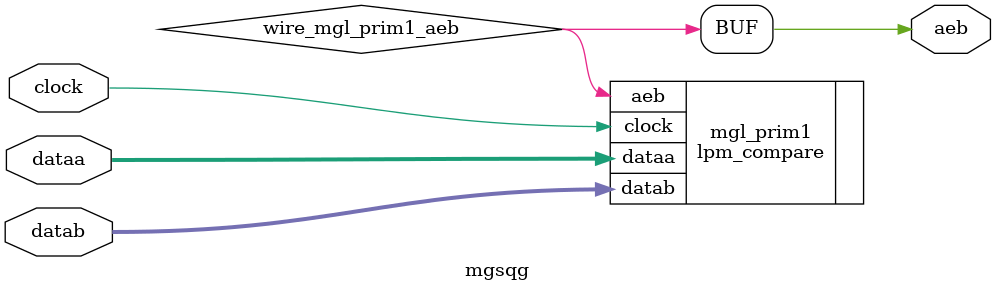
<source format=v>






//synthesis_resources = lpm_compare 1 
//synopsys translate_off
`timescale 1 ps / 1 ps
//synopsys translate_on
module  mgsqg
	( 
	aeb,
	clock,
	dataa,
	datab) /* synthesis synthesis_clearbox=1 */;
	output   aeb;
	input   clock;
	input   [3:0]  dataa;
	input   [3:0]  datab;

	wire  wire_mgl_prim1_aeb;

	lpm_compare   mgl_prim1
	( 
	.aeb(wire_mgl_prim1_aeb),
	.clock(clock),
	.dataa(dataa),
	.datab(datab));
	defparam
		mgl_prim1.lpm_pipeline = 1,
		mgl_prim1.lpm_representation = "UNSIGNED",
		mgl_prim1.lpm_type = "LPM_COMPARE",
		mgl_prim1.lpm_width = 4,
		mgl_prim1.lpm_hint = "ONE_INPUT_IS_CONSTANT=YES";
	assign
		aeb = wire_mgl_prim1_aeb;
endmodule //mgsqg
//VALID FILE

</source>
